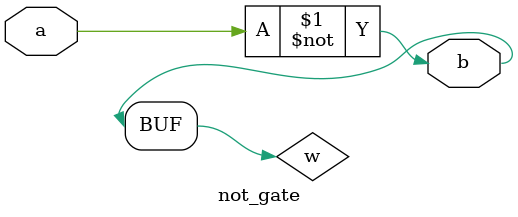
<source format=v>
module not_gate (input  a, output b);
    wire w;
    assign w = ~a;
    assign b = w;
    
endmodule

</source>
